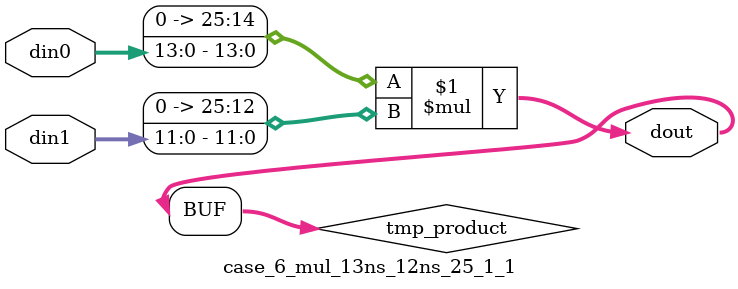
<source format=v>

`timescale 1 ns / 1 ps

 (* use_dsp = "no" *)  module case_6_mul_13ns_12ns_25_1_1(din0, din1, dout);
parameter ID = 1;
parameter NUM_STAGE = 0;
parameter din0_WIDTH = 14;
parameter din1_WIDTH = 12;
parameter dout_WIDTH = 26;

input [din0_WIDTH - 1 : 0] din0; 
input [din1_WIDTH - 1 : 0] din1; 
output [dout_WIDTH - 1 : 0] dout;

wire signed [dout_WIDTH - 1 : 0] tmp_product;
























assign tmp_product = $signed({1'b0, din0}) * $signed({1'b0, din1});











assign dout = tmp_product;





















endmodule

</source>
